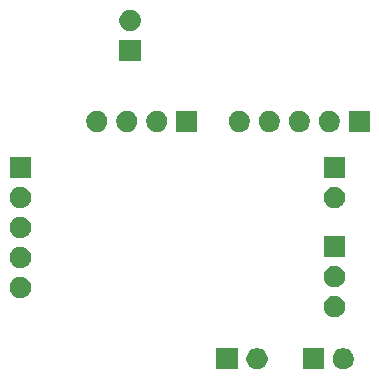
<source format=gbr>
G04 #@! TF.GenerationSoftware,KiCad,Pcbnew,(5.1.5)-3*
G04 #@! TF.CreationDate,2020-09-27T16:34:20-04:00*
G04 #@! TF.ProjectId,LED-Driver-STM,4c45442d-4472-4697-9665-722d53544d2e,rev?*
G04 #@! TF.SameCoordinates,Original*
G04 #@! TF.FileFunction,Soldermask,Bot*
G04 #@! TF.FilePolarity,Negative*
%FSLAX46Y46*%
G04 Gerber Fmt 4.6, Leading zero omitted, Abs format (unit mm)*
G04 Created by KiCad (PCBNEW (5.1.5)-3) date 2020-09-27 16:34:20*
%MOMM*%
%LPD*%
G04 APERTURE LIST*
%ADD10C,0.100000*%
G04 APERTURE END LIST*
D10*
G36*
X121253512Y-130403927D02*
G01*
X121402812Y-130433624D01*
X121566784Y-130501544D01*
X121714354Y-130600147D01*
X121839853Y-130725646D01*
X121938456Y-130873216D01*
X122006376Y-131037188D01*
X122041000Y-131211259D01*
X122041000Y-131388741D01*
X122006376Y-131562812D01*
X121938456Y-131726784D01*
X121839853Y-131874354D01*
X121714354Y-131999853D01*
X121566784Y-132098456D01*
X121402812Y-132166376D01*
X121253512Y-132196073D01*
X121228742Y-132201000D01*
X121051258Y-132201000D01*
X121026488Y-132196073D01*
X120877188Y-132166376D01*
X120713216Y-132098456D01*
X120565646Y-131999853D01*
X120440147Y-131874354D01*
X120341544Y-131726784D01*
X120273624Y-131562812D01*
X120239000Y-131388741D01*
X120239000Y-131211259D01*
X120273624Y-131037188D01*
X120341544Y-130873216D01*
X120440147Y-130725646D01*
X120565646Y-130600147D01*
X120713216Y-130501544D01*
X120877188Y-130433624D01*
X121026488Y-130403927D01*
X121051258Y-130399000D01*
X121228742Y-130399000D01*
X121253512Y-130403927D01*
G37*
G36*
X119501000Y-132201000D02*
G01*
X117699000Y-132201000D01*
X117699000Y-130399000D01*
X119501000Y-130399000D01*
X119501000Y-132201000D01*
G37*
G36*
X128553512Y-130403927D02*
G01*
X128702812Y-130433624D01*
X128866784Y-130501544D01*
X129014354Y-130600147D01*
X129139853Y-130725646D01*
X129238456Y-130873216D01*
X129306376Y-131037188D01*
X129341000Y-131211259D01*
X129341000Y-131388741D01*
X129306376Y-131562812D01*
X129238456Y-131726784D01*
X129139853Y-131874354D01*
X129014354Y-131999853D01*
X128866784Y-132098456D01*
X128702812Y-132166376D01*
X128553512Y-132196073D01*
X128528742Y-132201000D01*
X128351258Y-132201000D01*
X128326488Y-132196073D01*
X128177188Y-132166376D01*
X128013216Y-132098456D01*
X127865646Y-131999853D01*
X127740147Y-131874354D01*
X127641544Y-131726784D01*
X127573624Y-131562812D01*
X127539000Y-131388741D01*
X127539000Y-131211259D01*
X127573624Y-131037188D01*
X127641544Y-130873216D01*
X127740147Y-130725646D01*
X127865646Y-130600147D01*
X128013216Y-130501544D01*
X128177188Y-130433624D01*
X128326488Y-130403927D01*
X128351258Y-130399000D01*
X128528742Y-130399000D01*
X128553512Y-130403927D01*
G37*
G36*
X126801000Y-132201000D02*
G01*
X124999000Y-132201000D01*
X124999000Y-130399000D01*
X126801000Y-130399000D01*
X126801000Y-132201000D01*
G37*
G36*
X127813512Y-125983927D02*
G01*
X127962812Y-126013624D01*
X128126784Y-126081544D01*
X128274354Y-126180147D01*
X128399853Y-126305646D01*
X128498456Y-126453216D01*
X128566376Y-126617188D01*
X128601000Y-126791259D01*
X128601000Y-126968741D01*
X128566376Y-127142812D01*
X128498456Y-127306784D01*
X128399853Y-127454354D01*
X128274354Y-127579853D01*
X128126784Y-127678456D01*
X127962812Y-127746376D01*
X127813512Y-127776073D01*
X127788742Y-127781000D01*
X127611258Y-127781000D01*
X127586488Y-127776073D01*
X127437188Y-127746376D01*
X127273216Y-127678456D01*
X127125646Y-127579853D01*
X127000147Y-127454354D01*
X126901544Y-127306784D01*
X126833624Y-127142812D01*
X126799000Y-126968741D01*
X126799000Y-126791259D01*
X126833624Y-126617188D01*
X126901544Y-126453216D01*
X127000147Y-126305646D01*
X127125646Y-126180147D01*
X127273216Y-126081544D01*
X127437188Y-126013624D01*
X127586488Y-125983927D01*
X127611258Y-125979000D01*
X127788742Y-125979000D01*
X127813512Y-125983927D01*
G37*
G36*
X101213512Y-124363927D02*
G01*
X101362812Y-124393624D01*
X101526784Y-124461544D01*
X101674354Y-124560147D01*
X101799853Y-124685646D01*
X101898456Y-124833216D01*
X101966376Y-124997188D01*
X102001000Y-125171259D01*
X102001000Y-125348741D01*
X101966376Y-125522812D01*
X101898456Y-125686784D01*
X101799853Y-125834354D01*
X101674354Y-125959853D01*
X101526784Y-126058456D01*
X101362812Y-126126376D01*
X101213512Y-126156073D01*
X101188742Y-126161000D01*
X101011258Y-126161000D01*
X100986488Y-126156073D01*
X100837188Y-126126376D01*
X100673216Y-126058456D01*
X100525646Y-125959853D01*
X100400147Y-125834354D01*
X100301544Y-125686784D01*
X100233624Y-125522812D01*
X100199000Y-125348741D01*
X100199000Y-125171259D01*
X100233624Y-124997188D01*
X100301544Y-124833216D01*
X100400147Y-124685646D01*
X100525646Y-124560147D01*
X100673216Y-124461544D01*
X100837188Y-124393624D01*
X100986488Y-124363927D01*
X101011258Y-124359000D01*
X101188742Y-124359000D01*
X101213512Y-124363927D01*
G37*
G36*
X127813512Y-123443927D02*
G01*
X127962812Y-123473624D01*
X128126784Y-123541544D01*
X128274354Y-123640147D01*
X128399853Y-123765646D01*
X128498456Y-123913216D01*
X128566376Y-124077188D01*
X128601000Y-124251259D01*
X128601000Y-124428741D01*
X128566376Y-124602812D01*
X128498456Y-124766784D01*
X128399853Y-124914354D01*
X128274354Y-125039853D01*
X128126784Y-125138456D01*
X127962812Y-125206376D01*
X127813512Y-125236073D01*
X127788742Y-125241000D01*
X127611258Y-125241000D01*
X127586488Y-125236073D01*
X127437188Y-125206376D01*
X127273216Y-125138456D01*
X127125646Y-125039853D01*
X127000147Y-124914354D01*
X126901544Y-124766784D01*
X126833624Y-124602812D01*
X126799000Y-124428741D01*
X126799000Y-124251259D01*
X126833624Y-124077188D01*
X126901544Y-123913216D01*
X127000147Y-123765646D01*
X127125646Y-123640147D01*
X127273216Y-123541544D01*
X127437188Y-123473624D01*
X127586488Y-123443927D01*
X127611258Y-123439000D01*
X127788742Y-123439000D01*
X127813512Y-123443927D01*
G37*
G36*
X101213512Y-121823927D02*
G01*
X101362812Y-121853624D01*
X101526784Y-121921544D01*
X101674354Y-122020147D01*
X101799853Y-122145646D01*
X101898456Y-122293216D01*
X101966376Y-122457188D01*
X102001000Y-122631259D01*
X102001000Y-122808741D01*
X101966376Y-122982812D01*
X101898456Y-123146784D01*
X101799853Y-123294354D01*
X101674354Y-123419853D01*
X101526784Y-123518456D01*
X101362812Y-123586376D01*
X101213512Y-123616073D01*
X101188742Y-123621000D01*
X101011258Y-123621000D01*
X100986488Y-123616073D01*
X100837188Y-123586376D01*
X100673216Y-123518456D01*
X100525646Y-123419853D01*
X100400147Y-123294354D01*
X100301544Y-123146784D01*
X100233624Y-122982812D01*
X100199000Y-122808741D01*
X100199000Y-122631259D01*
X100233624Y-122457188D01*
X100301544Y-122293216D01*
X100400147Y-122145646D01*
X100525646Y-122020147D01*
X100673216Y-121921544D01*
X100837188Y-121853624D01*
X100986488Y-121823927D01*
X101011258Y-121819000D01*
X101188742Y-121819000D01*
X101213512Y-121823927D01*
G37*
G36*
X128601000Y-122701000D02*
G01*
X126799000Y-122701000D01*
X126799000Y-120899000D01*
X128601000Y-120899000D01*
X128601000Y-122701000D01*
G37*
G36*
X101213512Y-119283927D02*
G01*
X101362812Y-119313624D01*
X101526784Y-119381544D01*
X101674354Y-119480147D01*
X101799853Y-119605646D01*
X101898456Y-119753216D01*
X101966376Y-119917188D01*
X102001000Y-120091259D01*
X102001000Y-120268741D01*
X101966376Y-120442812D01*
X101898456Y-120606784D01*
X101799853Y-120754354D01*
X101674354Y-120879853D01*
X101526784Y-120978456D01*
X101362812Y-121046376D01*
X101213512Y-121076073D01*
X101188742Y-121081000D01*
X101011258Y-121081000D01*
X100986488Y-121076073D01*
X100837188Y-121046376D01*
X100673216Y-120978456D01*
X100525646Y-120879853D01*
X100400147Y-120754354D01*
X100301544Y-120606784D01*
X100233624Y-120442812D01*
X100199000Y-120268741D01*
X100199000Y-120091259D01*
X100233624Y-119917188D01*
X100301544Y-119753216D01*
X100400147Y-119605646D01*
X100525646Y-119480147D01*
X100673216Y-119381544D01*
X100837188Y-119313624D01*
X100986488Y-119283927D01*
X101011258Y-119279000D01*
X101188742Y-119279000D01*
X101213512Y-119283927D01*
G37*
G36*
X101213512Y-116743927D02*
G01*
X101362812Y-116773624D01*
X101526784Y-116841544D01*
X101674354Y-116940147D01*
X101799853Y-117065646D01*
X101898456Y-117213216D01*
X101966376Y-117377188D01*
X102001000Y-117551259D01*
X102001000Y-117728741D01*
X101966376Y-117902812D01*
X101898456Y-118066784D01*
X101799853Y-118214354D01*
X101674354Y-118339853D01*
X101526784Y-118438456D01*
X101362812Y-118506376D01*
X101213512Y-118536073D01*
X101188742Y-118541000D01*
X101011258Y-118541000D01*
X100986488Y-118536073D01*
X100837188Y-118506376D01*
X100673216Y-118438456D01*
X100525646Y-118339853D01*
X100400147Y-118214354D01*
X100301544Y-118066784D01*
X100233624Y-117902812D01*
X100199000Y-117728741D01*
X100199000Y-117551259D01*
X100233624Y-117377188D01*
X100301544Y-117213216D01*
X100400147Y-117065646D01*
X100525646Y-116940147D01*
X100673216Y-116841544D01*
X100837188Y-116773624D01*
X100986488Y-116743927D01*
X101011258Y-116739000D01*
X101188742Y-116739000D01*
X101213512Y-116743927D01*
G37*
G36*
X127813512Y-116743927D02*
G01*
X127962812Y-116773624D01*
X128126784Y-116841544D01*
X128274354Y-116940147D01*
X128399853Y-117065646D01*
X128498456Y-117213216D01*
X128566376Y-117377188D01*
X128601000Y-117551259D01*
X128601000Y-117728741D01*
X128566376Y-117902812D01*
X128498456Y-118066784D01*
X128399853Y-118214354D01*
X128274354Y-118339853D01*
X128126784Y-118438456D01*
X127962812Y-118506376D01*
X127813512Y-118536073D01*
X127788742Y-118541000D01*
X127611258Y-118541000D01*
X127586488Y-118536073D01*
X127437188Y-118506376D01*
X127273216Y-118438456D01*
X127125646Y-118339853D01*
X127000147Y-118214354D01*
X126901544Y-118066784D01*
X126833624Y-117902812D01*
X126799000Y-117728741D01*
X126799000Y-117551259D01*
X126833624Y-117377188D01*
X126901544Y-117213216D01*
X127000147Y-117065646D01*
X127125646Y-116940147D01*
X127273216Y-116841544D01*
X127437188Y-116773624D01*
X127586488Y-116743927D01*
X127611258Y-116739000D01*
X127788742Y-116739000D01*
X127813512Y-116743927D01*
G37*
G36*
X102001000Y-116001000D02*
G01*
X100199000Y-116001000D01*
X100199000Y-114199000D01*
X102001000Y-114199000D01*
X102001000Y-116001000D01*
G37*
G36*
X128601000Y-116001000D02*
G01*
X126799000Y-116001000D01*
X126799000Y-114199000D01*
X128601000Y-114199000D01*
X128601000Y-116001000D01*
G37*
G36*
X116101000Y-112101000D02*
G01*
X114299000Y-112101000D01*
X114299000Y-110299000D01*
X116101000Y-110299000D01*
X116101000Y-112101000D01*
G37*
G36*
X112773512Y-110303927D02*
G01*
X112922812Y-110333624D01*
X113086784Y-110401544D01*
X113234354Y-110500147D01*
X113359853Y-110625646D01*
X113458456Y-110773216D01*
X113526376Y-110937188D01*
X113561000Y-111111259D01*
X113561000Y-111288741D01*
X113526376Y-111462812D01*
X113458456Y-111626784D01*
X113359853Y-111774354D01*
X113234354Y-111899853D01*
X113086784Y-111998456D01*
X112922812Y-112066376D01*
X112773512Y-112096073D01*
X112748742Y-112101000D01*
X112571258Y-112101000D01*
X112546488Y-112096073D01*
X112397188Y-112066376D01*
X112233216Y-111998456D01*
X112085646Y-111899853D01*
X111960147Y-111774354D01*
X111861544Y-111626784D01*
X111793624Y-111462812D01*
X111759000Y-111288741D01*
X111759000Y-111111259D01*
X111793624Y-110937188D01*
X111861544Y-110773216D01*
X111960147Y-110625646D01*
X112085646Y-110500147D01*
X112233216Y-110401544D01*
X112397188Y-110333624D01*
X112546488Y-110303927D01*
X112571258Y-110299000D01*
X112748742Y-110299000D01*
X112773512Y-110303927D01*
G37*
G36*
X110233512Y-110303927D02*
G01*
X110382812Y-110333624D01*
X110546784Y-110401544D01*
X110694354Y-110500147D01*
X110819853Y-110625646D01*
X110918456Y-110773216D01*
X110986376Y-110937188D01*
X111021000Y-111111259D01*
X111021000Y-111288741D01*
X110986376Y-111462812D01*
X110918456Y-111626784D01*
X110819853Y-111774354D01*
X110694354Y-111899853D01*
X110546784Y-111998456D01*
X110382812Y-112066376D01*
X110233512Y-112096073D01*
X110208742Y-112101000D01*
X110031258Y-112101000D01*
X110006488Y-112096073D01*
X109857188Y-112066376D01*
X109693216Y-111998456D01*
X109545646Y-111899853D01*
X109420147Y-111774354D01*
X109321544Y-111626784D01*
X109253624Y-111462812D01*
X109219000Y-111288741D01*
X109219000Y-111111259D01*
X109253624Y-110937188D01*
X109321544Y-110773216D01*
X109420147Y-110625646D01*
X109545646Y-110500147D01*
X109693216Y-110401544D01*
X109857188Y-110333624D01*
X110006488Y-110303927D01*
X110031258Y-110299000D01*
X110208742Y-110299000D01*
X110233512Y-110303927D01*
G37*
G36*
X107693512Y-110303927D02*
G01*
X107842812Y-110333624D01*
X108006784Y-110401544D01*
X108154354Y-110500147D01*
X108279853Y-110625646D01*
X108378456Y-110773216D01*
X108446376Y-110937188D01*
X108481000Y-111111259D01*
X108481000Y-111288741D01*
X108446376Y-111462812D01*
X108378456Y-111626784D01*
X108279853Y-111774354D01*
X108154354Y-111899853D01*
X108006784Y-111998456D01*
X107842812Y-112066376D01*
X107693512Y-112096073D01*
X107668742Y-112101000D01*
X107491258Y-112101000D01*
X107466488Y-112096073D01*
X107317188Y-112066376D01*
X107153216Y-111998456D01*
X107005646Y-111899853D01*
X106880147Y-111774354D01*
X106781544Y-111626784D01*
X106713624Y-111462812D01*
X106679000Y-111288741D01*
X106679000Y-111111259D01*
X106713624Y-110937188D01*
X106781544Y-110773216D01*
X106880147Y-110625646D01*
X107005646Y-110500147D01*
X107153216Y-110401544D01*
X107317188Y-110333624D01*
X107466488Y-110303927D01*
X107491258Y-110299000D01*
X107668742Y-110299000D01*
X107693512Y-110303927D01*
G37*
G36*
X130701000Y-112101000D02*
G01*
X128899000Y-112101000D01*
X128899000Y-110299000D01*
X130701000Y-110299000D01*
X130701000Y-112101000D01*
G37*
G36*
X127373512Y-110303927D02*
G01*
X127522812Y-110333624D01*
X127686784Y-110401544D01*
X127834354Y-110500147D01*
X127959853Y-110625646D01*
X128058456Y-110773216D01*
X128126376Y-110937188D01*
X128161000Y-111111259D01*
X128161000Y-111288741D01*
X128126376Y-111462812D01*
X128058456Y-111626784D01*
X127959853Y-111774354D01*
X127834354Y-111899853D01*
X127686784Y-111998456D01*
X127522812Y-112066376D01*
X127373512Y-112096073D01*
X127348742Y-112101000D01*
X127171258Y-112101000D01*
X127146488Y-112096073D01*
X126997188Y-112066376D01*
X126833216Y-111998456D01*
X126685646Y-111899853D01*
X126560147Y-111774354D01*
X126461544Y-111626784D01*
X126393624Y-111462812D01*
X126359000Y-111288741D01*
X126359000Y-111111259D01*
X126393624Y-110937188D01*
X126461544Y-110773216D01*
X126560147Y-110625646D01*
X126685646Y-110500147D01*
X126833216Y-110401544D01*
X126997188Y-110333624D01*
X127146488Y-110303927D01*
X127171258Y-110299000D01*
X127348742Y-110299000D01*
X127373512Y-110303927D01*
G37*
G36*
X124833512Y-110303927D02*
G01*
X124982812Y-110333624D01*
X125146784Y-110401544D01*
X125294354Y-110500147D01*
X125419853Y-110625646D01*
X125518456Y-110773216D01*
X125586376Y-110937188D01*
X125621000Y-111111259D01*
X125621000Y-111288741D01*
X125586376Y-111462812D01*
X125518456Y-111626784D01*
X125419853Y-111774354D01*
X125294354Y-111899853D01*
X125146784Y-111998456D01*
X124982812Y-112066376D01*
X124833512Y-112096073D01*
X124808742Y-112101000D01*
X124631258Y-112101000D01*
X124606488Y-112096073D01*
X124457188Y-112066376D01*
X124293216Y-111998456D01*
X124145646Y-111899853D01*
X124020147Y-111774354D01*
X123921544Y-111626784D01*
X123853624Y-111462812D01*
X123819000Y-111288741D01*
X123819000Y-111111259D01*
X123853624Y-110937188D01*
X123921544Y-110773216D01*
X124020147Y-110625646D01*
X124145646Y-110500147D01*
X124293216Y-110401544D01*
X124457188Y-110333624D01*
X124606488Y-110303927D01*
X124631258Y-110299000D01*
X124808742Y-110299000D01*
X124833512Y-110303927D01*
G37*
G36*
X122293512Y-110303927D02*
G01*
X122442812Y-110333624D01*
X122606784Y-110401544D01*
X122754354Y-110500147D01*
X122879853Y-110625646D01*
X122978456Y-110773216D01*
X123046376Y-110937188D01*
X123081000Y-111111259D01*
X123081000Y-111288741D01*
X123046376Y-111462812D01*
X122978456Y-111626784D01*
X122879853Y-111774354D01*
X122754354Y-111899853D01*
X122606784Y-111998456D01*
X122442812Y-112066376D01*
X122293512Y-112096073D01*
X122268742Y-112101000D01*
X122091258Y-112101000D01*
X122066488Y-112096073D01*
X121917188Y-112066376D01*
X121753216Y-111998456D01*
X121605646Y-111899853D01*
X121480147Y-111774354D01*
X121381544Y-111626784D01*
X121313624Y-111462812D01*
X121279000Y-111288741D01*
X121279000Y-111111259D01*
X121313624Y-110937188D01*
X121381544Y-110773216D01*
X121480147Y-110625646D01*
X121605646Y-110500147D01*
X121753216Y-110401544D01*
X121917188Y-110333624D01*
X122066488Y-110303927D01*
X122091258Y-110299000D01*
X122268742Y-110299000D01*
X122293512Y-110303927D01*
G37*
G36*
X119753512Y-110303927D02*
G01*
X119902812Y-110333624D01*
X120066784Y-110401544D01*
X120214354Y-110500147D01*
X120339853Y-110625646D01*
X120438456Y-110773216D01*
X120506376Y-110937188D01*
X120541000Y-111111259D01*
X120541000Y-111288741D01*
X120506376Y-111462812D01*
X120438456Y-111626784D01*
X120339853Y-111774354D01*
X120214354Y-111899853D01*
X120066784Y-111998456D01*
X119902812Y-112066376D01*
X119753512Y-112096073D01*
X119728742Y-112101000D01*
X119551258Y-112101000D01*
X119526488Y-112096073D01*
X119377188Y-112066376D01*
X119213216Y-111998456D01*
X119065646Y-111899853D01*
X118940147Y-111774354D01*
X118841544Y-111626784D01*
X118773624Y-111462812D01*
X118739000Y-111288741D01*
X118739000Y-111111259D01*
X118773624Y-110937188D01*
X118841544Y-110773216D01*
X118940147Y-110625646D01*
X119065646Y-110500147D01*
X119213216Y-110401544D01*
X119377188Y-110333624D01*
X119526488Y-110303927D01*
X119551258Y-110299000D01*
X119728742Y-110299000D01*
X119753512Y-110303927D01*
G37*
G36*
X111301000Y-106101000D02*
G01*
X109499000Y-106101000D01*
X109499000Y-104299000D01*
X111301000Y-104299000D01*
X111301000Y-106101000D01*
G37*
G36*
X110513512Y-101763927D02*
G01*
X110662812Y-101793624D01*
X110826784Y-101861544D01*
X110974354Y-101960147D01*
X111099853Y-102085646D01*
X111198456Y-102233216D01*
X111266376Y-102397188D01*
X111301000Y-102571259D01*
X111301000Y-102748741D01*
X111266376Y-102922812D01*
X111198456Y-103086784D01*
X111099853Y-103234354D01*
X110974354Y-103359853D01*
X110826784Y-103458456D01*
X110662812Y-103526376D01*
X110513512Y-103556073D01*
X110488742Y-103561000D01*
X110311258Y-103561000D01*
X110286488Y-103556073D01*
X110137188Y-103526376D01*
X109973216Y-103458456D01*
X109825646Y-103359853D01*
X109700147Y-103234354D01*
X109601544Y-103086784D01*
X109533624Y-102922812D01*
X109499000Y-102748741D01*
X109499000Y-102571259D01*
X109533624Y-102397188D01*
X109601544Y-102233216D01*
X109700147Y-102085646D01*
X109825646Y-101960147D01*
X109973216Y-101861544D01*
X110137188Y-101793624D01*
X110286488Y-101763927D01*
X110311258Y-101759000D01*
X110488742Y-101759000D01*
X110513512Y-101763927D01*
G37*
M02*

</source>
